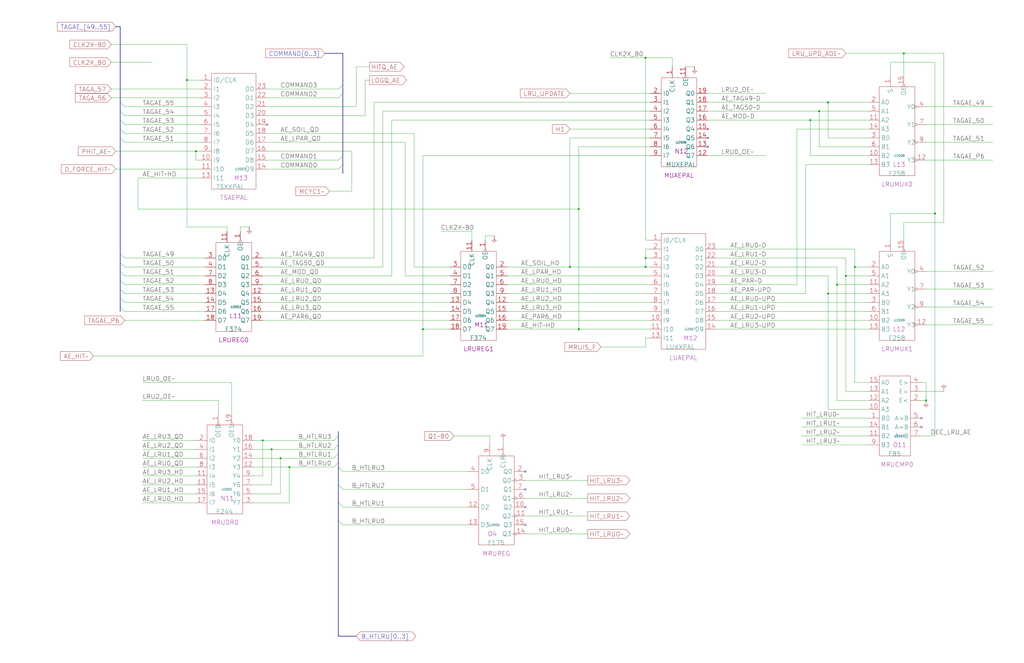
<source format=kicad_sch>
(kicad_sch (version 20250114) (generator "eeschema") (generator_version "9.0")
  (paper "User" 584.2 378.46)
  (title_block (title "LRU LOGIC\\nPLANE A_EARLY") (date "08-MAR-90") (rev "0.0") (comment 1 "MEM32 BOARD") (comment 2 "232-003066") (comment 3 "S400") (comment 4 "RELEASED"))
  (lib_symbols
    (symbol "r1000:F175" (pin_names (offset 1.016))
      (property "Reference" "U" (at 2.54 5.08 0))
      (property "Value" "F175" (at -1.27 -5.08 0))
      (property "Location" "___" (at -1.27 0 0))
      (property "Name" "______" (at 3.81 -12.7 0))
      (symbol "F175_1_1"
        (rectangle (start -6.35 44.45) (end 13.97 -6.35))
        (circle (center 7.62 45.085) (radius 0.635))
        (circle (center 14.605 30.48) (radius 0.635))
        (circle (center 14.605 20.32) (radius 0.635))
        (circle (center 14.605 10.16) (radius 0.635))
        (circle (center 14.605 0) (radius 0.635))
        (pin input line (at -12.7 35.56 0) (length 6.35) (name "D0") (number "4"))
        (pin input line (at -12.7 25.4 0) (length 6.35) (name "D1") (number "5"))
        (pin input line (at -12.7 15.24 0) (length 6.35) (name "D2") (number "12"))
        (pin input line (at -12.7 5.08 0) (length 6.35) (name "D3") (number "13"))
        (pin input line (at 0 50.8 270) (length 6.35) (name "CLK") (number "9"))
        (pin input line (at 7.62 50.8 270) (length 5.08) (name "CLR") (number "1"))
        (pin output line (at 20.32 35.56 180) (length 6.35) (name "Q0") (number "2"))
        (pin output line (at 20.32 30.48 180) (length 5.08) (name "Q0~") (number "3"))
        (pin output line (at 20.32 25.4 180) (length 6.35) (name "Q1") (number "7"))
        (pin output line (at 20.32 20.32 180) (length 5.08) (name "Q1~") (number "6"))
        (pin output line (at 20.32 15.24 180) (length 6.35) (name "Q2") (number "10"))
        (pin output line (at 20.32 10.16 180) (length 5.08) (name "Q2~") (number "11"))
        (pin output line (at 20.32 5.08 180) (length 6.35) (name "Q3") (number "15"))
        (pin output line (at 20.32 0 180) (length 5.08) (name "Q3~") (number "14"))
      )
    )
    (symbol "r1000:F244" (pin_names (offset 1.016))
      (property "Reference" "U" (at 2.54 5.08 0))
      (property "Value" "F244" (at -3.81 -7.62 0))
      (property "Location" "___" (at -1.27 0 0))
      (property "Name" "______" (at 1.27 -15.24 0))
      (symbol "F244_1_1"
        (rectangle (start -8.89 41.91) (end 11.43 -8.89))
        (circle (center -2.54 42.545) (radius 0.635))
        (circle (center 5.08 42.545) (radius 0.635))
        (pin input line (at -15.24 33.02 0) (length 6.35) (name "I0") (number "2"))
        (pin input line (at -15.24 27.94 0) (length 6.35) (name "I1") (number "4"))
        (pin input line (at -15.24 22.86 0) (length 6.35) (name "I2") (number "6"))
        (pin input line (at -15.24 17.78 0) (length 6.35) (name "I3") (number "8"))
        (pin input line (at -15.24 12.7 0) (length 6.35) (name "I4") (number "11"))
        (pin input line (at -15.24 7.62 0) (length 6.35) (name "I5") (number "13"))
        (pin input line (at -15.24 2.54 0) (length 6.35) (name "I6") (number "15"))
        (pin input line (at -15.24 -2.54 0) (length 6.35) (name "I7") (number "17"))
        (pin input line (at -2.54 48.26 270) (length 5.08) (name "OE0") (number "1"))
        (pin input line (at 5.08 48.26 270) (length 5.08) (name "OE1") (number "19"))
        (pin tri_state line (at 17.78 33.02 180) (length 6.35) (name "Y0") (number "18"))
        (pin tri_state line (at 17.78 27.94 180) (length 6.35) (name "Y1") (number "16"))
        (pin tri_state line (at 17.78 22.86 180) (length 6.35) (name "Y2") (number "14"))
        (pin tri_state line (at 17.78 17.78 180) (length 6.35) (name "Y3") (number "12"))
        (pin tri_state line (at 17.78 12.7 180) (length 6.35) (name "Y4") (number "9"))
        (pin tri_state line (at 17.78 7.62 180) (length 6.35) (name "Y5") (number "7"))
        (pin tri_state line (at 17.78 2.54 180) (length 6.35) (name "Y6") (number "5"))
        (pin tri_state line (at 17.78 -2.54 180) (length 6.35) (name "Y7") (number "3"))
      )
    )
    (symbol "r1000:F258" (pin_names (offset 1.016))
      (property "Reference" "U" (at 2.54 5.08 0))
      (property "Value" "F258" (at -3.81 -5.08 0))
      (property "Location" "___" (at -1.27 0 0))
      (property "Name" "______" (at 1.27 -12.7 0))
      (symbol "F258_1_1"
        (rectangle (start -8.89 44.45) (end 11.43 -6.35))
        (circle (center 5.08 45.085) (radius 0.635))
        (circle (center 12.065 33.02) (radius 0.635))
        (circle (center 12.065 22.86) (radius 0.635))
        (circle (center 12.065 12.7) (radius 0.635))
        (circle (center 12.065 2.54) (radius 0.635))
        (pin input line (at -15.24 35.56 0) (length 6.35) (name "A0") (number "2"))
        (pin input line (at -15.24 30.48 0) (length 6.35) (name "A1") (number "5"))
        (pin input line (at -15.24 25.4 0) (length 6.35) (name "A2") (number "11"))
        (pin input line (at -15.24 20.32 0) (length 6.35) (name "A3") (number "14"))
        (pin input line (at -15.24 15.24 0) (length 6.35) (name "B0") (number "3"))
        (pin input line (at -15.24 10.16 0) (length 6.35) (name "B1") (number "6"))
        (pin input line (at -15.24 5.08 0) (length 6.35) (name "B2") (number "10"))
        (pin input line (at -15.24 0 0) (length 6.35) (name "B3") (number "13"))
        (pin input line (at -2.54 50.8 270) (length 6.35) (name "S") (number "1"))
        (pin input line (at 5.08 50.8 270) (length 5.08) (name "OE") (number "15"))
        (pin tri_state line (at 17.78 33.02 180) (length 5.08) (name "Y0") (number "4"))
        (pin tri_state line (at 17.78 22.86 180) (length 5.08) (name "Y1") (number "7"))
        (pin tri_state line (at 17.78 12.7 180) (length 5.08) (name "Y2") (number "9"))
        (pin tri_state line (at 17.78 2.54 180) (length 5.08) (name "Y3") (number "12"))
      )
    )
    (symbol "r1000:F374" (pin_names (offset 1.016))
      (property "Reference" "U" (at 2.54 5.08 0))
      (property "Value" "F374" (at -3.81 -7.62 0))
      (property "Location" "___" (at -1.27 0 0))
      (property "Name" "______" (at 1.27 -15.24 0))
      (symbol "F374_1_1"
        (rectangle (start -8.89 41.91) (end 11.43 -8.89))
        (circle (center 5.08 42.545) (radius 0.635))
        (pin input line (at -15.24 33.02 0) (length 6.35) (name "D0") (number "3"))
        (pin input line (at -15.24 27.94 0) (length 6.35) (name "D1") (number "4"))
        (pin input line (at -15.24 22.86 0) (length 6.35) (name "D2") (number "7"))
        (pin input line (at -15.24 17.78 0) (length 6.35) (name "D3") (number "8"))
        (pin input line (at -15.24 12.7 0) (length 6.35) (name "D4") (number "13"))
        (pin input line (at -15.24 7.62 0) (length 6.35) (name "D5") (number "14"))
        (pin input line (at -15.24 2.54 0) (length 6.35) (name "D6") (number "17"))
        (pin input line (at -15.24 -2.54 0) (length 6.35) (name "D7") (number "18"))
        (pin input line (at -2.54 48.26 270) (length 6.35) (name "CLK") (number "11"))
        (pin input line (at 5.08 48.26 270) (length 5.08) (name "OE") (number "1"))
        (pin tri_state line (at 17.78 33.02 180) (length 6.35) (name "Q0") (number "2"))
        (pin tri_state line (at 17.78 27.94 180) (length 6.35) (name "Q1") (number "5"))
        (pin tri_state line (at 17.78 22.86 180) (length 6.35) (name "Q2") (number "6"))
        (pin tri_state line (at 17.78 17.78 180) (length 6.35) (name "Q3") (number "9"))
        (pin tri_state line (at 17.78 12.7 180) (length 6.35) (name "Q4") (number "12"))
        (pin tri_state line (at 17.78 7.62 180) (length 6.35) (name "Q5") (number "15"))
        (pin tri_state line (at 17.78 2.54 180) (length 6.35) (name "Q6") (number "16"))
        (pin tri_state line (at 17.78 -2.54 180) (length 6.35) (name "Q7") (number "19"))
      )
    )
    (symbol "r1000:F85" (pin_names (offset 1.016))
      (property "Reference" "U" (at 2.54 5.08 0))
      (property "Value" "F85" (at -3.81 -5.08 0))
      (property "Location" "___" (at -1.27 0 0))
      (property "Name" "______" (at 1.27 -12.7 0))
      (symbol "F85_1_1"
        (rectangle (start -8.89 39.37) (end 8.89 -6.35))
        (pin input line (at -15.24 35.56 0) (length 6.35) (name "A0") (number "15"))
        (pin input line (at -15.24 30.48 0) (length 6.35) (name "A1") (number "13"))
        (pin input line (at -15.24 25.4 0) (length 6.35) (name "A2") (number "12"))
        (pin input line (at -15.24 20.32 0) (length 6.35) (name "A3") (number "10"))
        (pin input line (at -15.24 15.24 0) (length 6.35) (name "B0") (number "1"))
        (pin input line (at -15.24 10.16 0) (length 6.35) (name "B1") (number "14"))
        (pin input line (at -15.24 5.08 0) (length 6.35) (name "B2") (number "11"))
        (pin input line (at -15.24 0 0) (length 6.35) (name "B3") (number "9"))
        (pin input line (at 15.24 35.56 180) (length 6.35) (name "E>") (number "4"))
        (pin input line (at 15.24 30.48 180) (length 6.35) (name "E=") (number "3"))
        (pin input line (at 15.24 25.4 180) (length 6.35) (name "E<") (number "2"))
        (pin output line (at 15.24 15.24 180) (length 6.35) (name "A>B") (number "5"))
        (pin output line (at 15.24 10.16 180) (length 6.35) (name "A=B") (number "6"))
        (pin output line (at 15.24 5.08 180) (length 6.35) (name "A<B") (number "7"))
      )
    )
    (symbol "r1000:LUXXPAL" (pin_names (offset 1.016))
      (property "Reference" "U" (at 2.54 5.08 0))
      (property "Value" "LUXXPAL" (at -11.43 -5.08 0))
      (property "Location" "___" (at -1.27 0 0))
      (property "Name" "______" (at -1.27 -12.7 0))
      (symbol "LUXXPAL_1_1"
        (rectangle (start -13.97 59.69) (end 11.43 -6.35))
        (pin input line (at -20.32 55.88 0) (length 6.35) (name "I0/CLK") (number "1"))
        (pin input line (at -20.32 50.8 0) (length 6.35) (name "I1") (number "2"))
        (pin input line (at -20.32 45.72 0) (length 6.35) (name "I2") (number "3"))
        (pin input line (at -20.32 40.64 0) (length 6.35) (name "I3") (number "4"))
        (pin input line (at -20.32 35.56 0) (length 6.35) (name "I4") (number "5"))
        (pin input line (at -20.32 30.48 0) (length 6.35) (name "I5") (number "6"))
        (pin input line (at -20.32 25.4 0) (length 6.35) (name "I6") (number "7"))
        (pin input line (at -20.32 20.32 0) (length 6.35) (name "I7") (number "8"))
        (pin input line (at -20.32 15.24 0) (length 6.35) (name "I8") (number "9"))
        (pin input line (at -20.32 10.16 0) (length 6.35) (name "I9") (number "10"))
        (pin input line (at -20.32 5.08 0) (length 6.35) (name "I10") (number "11"))
        (pin input line (at -20.32 0 0) (length 6.35) (name "I11") (number "13"))
        (pin output line (at 17.78 50.8 180) (length 6.35) (name "D0") (number "23"))
        (pin output line (at 17.78 45.72 180) (length 6.35) (name "D1") (number "22"))
        (pin output line (at 17.78 40.64 180) (length 6.35) (name "D2") (number "21"))
        (pin output line (at 17.78 35.56 180) (length 6.35) (name "D3") (number "20"))
        (pin output line (at 17.78 30.48 180) (length 6.35) (name "D4") (number "19"))
        (pin output line (at 17.78 25.4 180) (length 6.35) (name "D5") (number "18"))
        (pin output line (at 17.78 20.32 180) (length 6.35) (name "D6") (number "17"))
        (pin output line (at 17.78 15.24 180) (length 6.35) (name "D7") (number "16"))
        (pin output line (at 17.78 10.16 180) (length 6.35) (name "D8") (number "15"))
        (pin output line (at 17.78 5.08 180) (length 6.35) (name "D9") (number "14"))
      )
    )
    (symbol "r1000:MUXEPAL" (pin_names (offset 1.016))
      (property "Reference" "U" (at 2.54 5.08 0))
      (property "Value" "MUXEPAL" (at -6.35 -7.62 0))
      (property "Location" "___" (at -1.27 0 0))
      (property "Name" "______" (at 1.27 -15.24 0))
      (symbol "MUXEPAL_1_1"
        (rectangle (start -8.89 41.91) (end 11.43 -8.89))
        (circle (center 5.08 42.545) (radius 0.635))
        (pin input line (at -15.24 33.02 0) (length 6.35) (name "I0") (number "2"))
        (pin input line (at -15.24 27.94 0) (length 6.35) (name "I1") (number "3"))
        (pin input line (at -15.24 22.86 0) (length 6.35) (name "I2") (number "4"))
        (pin input line (at -15.24 17.78 0) (length 6.35) (name "I3") (number "5"))
        (pin input line (at -15.24 12.7 0) (length 6.35) (name "I4") (number "6"))
        (pin input line (at -15.24 7.62 0) (length 6.35) (name "I5") (number "7"))
        (pin input line (at -15.24 2.54 0) (length 6.35) (name "I6") (number "8"))
        (pin input line (at -15.24 -2.54 0) (length 6.35) (name "I7") (number "9"))
        (pin input line (at -2.54 48.26 270) (length 6.35) (name "CLK") (number "1"))
        (pin input line (at 5.08 48.26 270) (length 5.08) (name "OE") (number "11"))
        (pin output line (at 17.78 33.02 180) (length 6.35) (name "Q0") (number "19"))
        (pin output line (at 17.78 27.94 180) (length 6.35) (name "Q1") (number "18"))
        (pin output line (at 17.78 22.86 180) (length 6.35) (name "Q2") (number "17"))
        (pin output line (at 17.78 17.78 180) (length 6.35) (name "Q3") (number "16"))
        (pin output line (at 17.78 12.7 180) (length 6.35) (name "Q4") (number "15"))
        (pin output line (at 17.78 7.62 180) (length 6.35) (name "Q5") (number "14"))
        (pin output line (at 17.78 2.54 180) (length 6.35) (name "Q6") (number "13"))
        (pin output line (at 17.78 -2.54 180) (length 6.35) (name "Q7") (number "12"))
      )
    )
    (symbol "r1000:PD" (power) (pin_numbers (hide yes)) (pin_names (hide yes)) (in_bom no)
      (symbol "PD_0_1"
        (polyline (pts (xy 0 -2.54) (xy 1.27 -2.54) (xy 0 -3.81) (xy -1.27 -2.54) (xy 0 -2.54)) (stroke (width 0.1524)))
      )
      (symbol "PD_1_1"
        (pin power_in line (at 0 0 270) (length 2.54) (name "PD") (number "1"))
      )
    )
    (symbol "r1000:PU" (power) (pin_numbers (hide yes)) (pin_names (hide yes))
      (symbol "PU_0_1"
        (polyline (pts (xy 0 2.54) (xy -1.27 2.54) (xy 0 3.81) (xy 1.27 2.54) (xy 0 2.54)) (stroke (width 0.1524)))
      )
      (symbol "PU_1_1"
        (pin power_in line (at 0 0 90) (length 2.54) (name "PU") (number "1"))
      )
    )
    (symbol "r1000:TSXXPAL" (pin_names (offset 1.016))
      (property "Reference" "U" (at 2.54 5.08 0))
      (property "Value" "TSXXPAL" (at -11.43 -5.08 0))
      (property "Location" "___" (at -1.27 0 0))
      (property "Name" "______" (at -1.27 -12.7 0))
      (symbol "TSXXPAL_1_1"
        (rectangle (start -13.97 59.69) (end 11.43 -6.35))
        (pin input line (at -20.32 55.88 0) (length 6.35) (name "I0/CLK") (number "1"))
        (pin input line (at -20.32 50.8 0) (length 6.35) (name "I1") (number "2"))
        (pin input line (at -20.32 45.72 0) (length 6.35) (name "I2") (number "3"))
        (pin input line (at -20.32 40.64 0) (length 6.35) (name "I3") (number "4"))
        (pin input line (at -20.32 35.56 0) (length 6.35) (name "I4") (number "5"))
        (pin input line (at -20.32 30.48 0) (length 6.35) (name "I5") (number "6"))
        (pin input line (at -20.32 25.4 0) (length 6.35) (name "I6") (number "7"))
        (pin input line (at -20.32 20.32 0) (length 6.35) (name "I7") (number "8"))
        (pin input line (at -20.32 15.24 0) (length 6.35) (name "I8") (number "9"))
        (pin input line (at -20.32 10.16 0) (length 6.35) (name "I9") (number "10"))
        (pin input line (at -20.32 5.08 0) (length 6.35) (name "I10") (number "11"))
        (pin input line (at -20.32 0 0) (length 6.35) (name "I11") (number "13"))
        (pin input line (at 17.78 50.8 180) (length 6.35) (name "D0") (number "23"))
        (pin input line (at 17.78 45.72 180) (length 6.35) (name "D1") (number "22"))
        (pin output line (at 17.78 40.64 180) (length 6.35) (name "D2") (number "21"))
        (pin output line (at 17.78 35.56 180) (length 6.35) (name "D3") (number "20"))
        (pin output line (at 17.78 30.48 180) (length 6.35) (name "D4") (number "19"))
        (pin output line (at 17.78 25.4 180) (length 6.35) (name "D5") (number "18"))
        (pin output line (at 17.78 20.32 180) (length 6.35) (name "D6") (number "17"))
        (pin input line (at 17.78 15.24 180) (length 6.35) (name "D7") (number "16"))
        (pin input line (at 17.78 10.16 180) (length 6.35) (name "D8") (number "15"))
        (pin input line (at 17.78 5.08 180) (length 6.35) (name "D9") (number "14"))
      )
    )
  )
  (junction (at 160.02 261.62))
  (junction (at 462.28 68.58))
  (junction (at 154.94 256.54))
  (junction (at 533.4 121.92))
  (junction (at 330.2 119.38))
  (junction (at 368.3 152.4))
  (junction (at 149.86 251.46))
  (junction (at 111.76 86.36))
  (junction (at 368.3 147.32))
  (junction (at 467.36 63.5))
  (junction (at 165.1 266.7))
  (junction (at 368.3 33.02))
  (junction (at 477.52 162.56))
  (junction (at 325.12 152.4))
  (junction (at 241.3 187.96))
  (junction (at 106.68 45.72))
  (junction (at 528.32 228.6))
  (junction (at 482.6 157.48))
  (junction (at 472.44 167.64))
  (junction (at 472.44 58.42))
  (junction (at 330.2 187.96))
  (junction (at 487.68 152.4))
  (junction (at 515.62 30.48))
  (no_connect (at 299.72 299.72))
  (no_connect (at 403.86 83.82))
  (no_connect (at 299.72 289.56))
  (no_connect (at 525.78 238.76))
  (no_connect (at 525.78 243.84))
  (no_connect (at 299.72 269.24))
  (no_connect (at 299.72 279.4))
  (no_connect (at 403.86 73.66))
  (no_connect (at 152.4 71.12))
  (no_connect (at 403.86 78.74))
  (bus_entry (at 68.58 154.94) (size 2.54 2.54))
  (bus_entry (at 68.58 175.26) (size 2.54 2.54))
  (bus_entry (at 68.58 144.78) (size 2.54 2.54))
  (bus_entry (at 68.58 58.42) (size 2.54 2.54))
  (bus_entry (at 68.58 63.5) (size 2.54 2.54))
  (bus_entry (at 193.04 264.16) (size -2.54 2.54))
  (bus_entry (at 68.58 165.1) (size 2.54 2.54))
  (bus_entry (at 68.58 160.02) (size 2.54 2.54))
  (bus_entry (at 193.04 254) (size -2.54 2.54))
  (bus_entry (at 193.04 297.18) (size 2.54 2.54))
  (bus_entry (at 195.58 93.98) (size -2.54 2.54))
  (bus_entry (at 195.58 48.26) (size -2.54 2.54))
  (bus_entry (at 193.04 287.02) (size 2.54 2.54))
  (bus_entry (at 193.04 259.08) (size -2.54 2.54))
  (bus_entry (at 68.58 170.18) (size 2.54 2.54))
  (bus_entry (at 193.04 248.92) (size -2.54 2.54))
  (bus_entry (at 193.04 266.7) (size 2.54 2.54))
  (bus_entry (at 195.58 53.34) (size -2.54 2.54))
  (bus_entry (at 68.58 149.86) (size 2.54 2.54))
  (bus_entry (at 68.58 73.66) (size 2.54 2.54))
  (bus_entry (at 68.58 68.58) (size 2.54 2.54))
  (bus_entry (at 193.04 276.86) (size 2.54 2.54))
  (bus_entry (at 195.58 88.9) (size -2.54 2.54))
  (bus_entry (at 68.58 78.74) (size 2.54 2.54))
  (wire (pts (xy 299.72 304.8) (xy 335.28 304.8)))
  (wire (pts (xy 408.94 172.72) (xy 495.3 172.72)))
  (wire (pts (xy 525.78 248.92) (xy 533.4 248.92)))
  (wire (pts (xy 368.3 193.04) (xy 370.84 193.04)))
  (wire (pts (xy 66.04 86.36) (xy 111.76 86.36)))
  (wire (pts (xy 454.66 73.66) (xy 454.66 162.56)))
  (wire (pts (xy 114.3 101.6) (xy 78.74 101.6)))
  (wire (pts (xy 259.08 248.92) (xy 279.4 248.92)))
  (wire (pts (xy 289.56 162.56) (xy 370.84 162.56)))
  (wire (pts (xy 487.68 152.4) (xy 487.68 218.44)))
  (wire (pts (xy 144.78 271.78) (xy 149.86 271.78)))
  (wire (pts (xy 495.3 223.52) (xy 482.6 223.52)))
  (wire (pts (xy 106.68 25.4) (xy 106.68 45.72)))
  (bus (pts (xy 66.04 15.24) (xy 68.58 15.24)))
  (wire (pts (xy 71.12 162.56) (xy 116.84 162.56)))
  (wire (pts (xy 477.52 162.56) (xy 477.52 228.6)))
  (wire (pts (xy 482.6 147.32) (xy 408.94 147.32)))
  (wire (pts (xy 370.84 58.42) (xy 213.36 58.42)))
  (wire (pts (xy 279.4 248.92) (xy 279.4 254)))
  (wire (pts (xy 81.28 261.62) (xy 111.76 261.62)))
  (wire (pts (xy 533.4 35.56) (xy 533.4 121.92)))
  (bus (pts (xy 68.58 73.66) (xy 68.58 78.74)))
  (wire (pts (xy 533.4 121.92) (xy 508 121.92)))
  (bus (pts (xy 68.58 68.58) (xy 68.58 73.66)))
  (wire (pts (xy 487.68 142.24) (xy 487.68 152.4)))
  (wire (pts (xy 195.58 299.72) (xy 266.7 299.72)))
  (wire (pts (xy 368.3 147.32) (xy 370.84 147.32)))
  (wire (pts (xy 289.56 152.4) (xy 325.12 152.4)))
  (wire (pts (xy 477.52 152.4) (xy 477.52 162.56)))
  (wire (pts (xy 528.32 175.26) (xy 566.42 175.26)))
  (wire (pts (xy 477.52 228.6) (xy 495.3 228.6)))
  (wire (pts (xy 81.28 271.78) (xy 111.76 271.78)))
  (wire (pts (xy 71.12 66.04) (xy 114.3 66.04)))
  (wire (pts (xy 71.12 172.72) (xy 116.84 172.72)))
  (wire (pts (xy 368.3 33.02) (xy 383.54 33.02)))
  (wire (pts (xy 149.86 157.48) (xy 223.52 157.48)))
  (wire (pts (xy 368.3 198.12) (xy 368.3 193.04)))
  (wire (pts (xy 152.4 91.44) (xy 193.04 91.44)))
  (wire (pts (xy 368.3 33.02) (xy 368.3 137.16)))
  (wire (pts (xy 538.48 30.48) (xy 538.48 127)))
  (wire (pts (xy 71.12 60.96) (xy 114.3 60.96)))
  (wire (pts (xy 78.74 101.6) (xy 78.74 119.38)))
  (wire (pts (xy 208.28 66.04) (xy 152.4 66.04)))
  (wire (pts (xy 472.44 157.48) (xy 408.94 157.48)))
  (wire (pts (xy 81.28 218.44) (xy 132.08 218.44)))
  (wire (pts (xy 495.3 78.74) (xy 472.44 78.74)))
  (bus (pts (xy 193.04 363.22) (xy 203.2 363.22)))
  (wire (pts (xy 472.44 58.42) (xy 495.3 58.42)))
  (wire (pts (xy 152.4 50.8) (xy 193.04 50.8)))
  (wire (pts (xy 160.02 281.94) (xy 144.78 281.94)))
  (wire (pts (xy 81.28 228.6) (xy 124.46 228.6)))
  (wire (pts (xy 71.12 147.32) (xy 116.84 147.32)))
  (wire (pts (xy 528.32 165.1) (xy 566.42 165.1)))
  (wire (pts (xy 508 35.56) (xy 533.4 35.56)))
  (wire (pts (xy 111.76 91.44) (xy 111.76 86.36)))
  (wire (pts (xy 218.44 63.5) (xy 370.84 63.5)))
  (wire (pts (xy 203.2 38.1) (xy 210.82 38.1)))
  (wire (pts (xy 330.2 187.96) (xy 370.84 187.96)))
  (wire (pts (xy 403.86 53.34) (xy 436.88 53.34)))
  (bus (pts (xy 193.04 266.7) (xy 193.04 276.86)))
  (wire (pts (xy 325.12 73.66) (xy 370.84 73.66)))
  (wire (pts (xy 276.86 134.62) (xy 276.86 137.16)))
  (wire (pts (xy 81.28 251.46) (xy 111.76 251.46)))
  (wire (pts (xy 187.96 109.22) (xy 200.66 109.22)))
  (wire (pts (xy 477.52 162.56) (xy 495.3 162.56)))
  (wire (pts (xy 152.4 55.88) (xy 193.04 55.88)))
  (wire (pts (xy 200.66 86.36) (xy 152.4 86.36)))
  (wire (pts (xy 152.4 76.2) (xy 236.22 76.2)))
  (wire (pts (xy 368.3 152.4) (xy 370.84 152.4)))
  (wire (pts (xy 152.4 60.96) (xy 203.2 60.96)))
  (wire (pts (xy 154.94 276.86) (xy 154.94 256.54)))
  (bus (pts (xy 193.04 287.02) (xy 193.04 297.18)))
  (wire (pts (xy 525.78 228.6) (xy 528.32 228.6)))
  (wire (pts (xy 132.08 218.44) (xy 132.08 236.22)))
  (wire (pts (xy 71.12 76.2) (xy 114.3 76.2)))
  (bus (pts (xy 193.04 248.92) (xy 193.04 254)))
  (wire (pts (xy 408.94 142.24) (xy 487.68 142.24)))
  (wire (pts (xy 71.12 177.8) (xy 116.84 177.8)))
  (wire (pts (xy 53.34 203.2) (xy 241.3 203.2)))
  (wire (pts (xy 124.46 228.6) (xy 124.46 236.22)))
  (wire (pts (xy 149.86 167.64) (xy 256.54 167.64)))
  (bus (pts (xy 193.04 246.38) (xy 193.04 248.92)))
  (wire (pts (xy 111.76 86.36) (xy 114.3 86.36)))
  (wire (pts (xy 195.58 279.4) (xy 266.7 279.4)))
  (wire (pts (xy 368.3 147.32) (xy 368.3 152.4)))
  (wire (pts (xy 515.62 30.48) (xy 515.62 43.18)))
  (wire (pts (xy 330.2 119.38) (xy 330.2 187.96)))
  (wire (pts (xy 241.3 187.96) (xy 256.54 187.96)))
  (bus (pts (xy 195.58 93.98) (xy 195.58 99.06)))
  (bus (pts (xy 195.58 88.9) (xy 195.58 93.98)))
  (bus (pts (xy 68.58 154.94) (xy 68.58 160.02)))
  (wire (pts (xy 391.16 38.1) (xy 396.24 38.1)))
  (wire (pts (xy 142.24 129.54) (xy 137.16 129.54)))
  (wire (pts (xy 210.82 45.72) (xy 208.28 45.72)))
  (bus (pts (xy 68.58 78.74) (xy 68.58 144.78)))
  (wire (pts (xy 508 43.18) (xy 508 35.56)))
  (wire (pts (xy 515.62 127) (xy 515.62 137.16)))
  (wire (pts (xy 152.4 81.28) (xy 231.14 81.28)))
  (wire (pts (xy 383.54 33.02) (xy 383.54 38.1)))
  (wire (pts (xy 325.12 152.4) (xy 368.3 152.4)))
  (wire (pts (xy 149.86 182.88) (xy 256.54 182.88)))
  (wire (pts (xy 462.28 88.9) (xy 462.28 68.58)))
  (wire (pts (xy 495.3 233.68) (xy 472.44 233.68)))
  (bus (pts (xy 68.58 144.78) (xy 68.58 149.86)))
  (wire (pts (xy 71.12 81.28) (xy 114.3 81.28)))
  (bus (pts (xy 193.04 264.16) (xy 193.04 266.7)))
  (wire (pts (xy 78.74 119.38) (xy 330.2 119.38)))
  (wire (pts (xy 368.3 142.24) (xy 368.3 147.32)))
  (wire (pts (xy 533.4 121.92) (xy 533.4 248.92)))
  (wire (pts (xy 160.02 261.62) (xy 190.5 261.62)))
  (wire (pts (xy 459.74 167.64) (xy 459.74 93.98)))
  (wire (pts (xy 403.86 88.9) (xy 436.88 88.9)))
  (wire (pts (xy 144.78 276.86) (xy 154.94 276.86)))
  (wire (pts (xy 457.2 243.84) (xy 495.3 243.84)))
  (wire (pts (xy 482.6 157.48) (xy 482.6 147.32)))
  (wire (pts (xy 347.98 33.02) (xy 368.3 33.02)))
  (wire (pts (xy 525.78 223.52) (xy 538.48 223.52)))
  (wire (pts (xy 462.28 68.58) (xy 495.3 68.58)))
  (wire (pts (xy 487.68 218.44) (xy 495.3 218.44)))
  (wire (pts (xy 144.78 256.54) (xy 154.94 256.54)))
  (wire (pts (xy 515.62 30.48) (xy 538.48 30.48)))
  (wire (pts (xy 195.58 269.24) (xy 266.7 269.24)))
  (wire (pts (xy 408.94 177.8) (xy 495.3 177.8)))
  (wire (pts (xy 149.86 251.46) (xy 190.5 251.46)))
  (wire (pts (xy 71.12 152.4) (xy 116.84 152.4)))
  (bus (pts (xy 195.58 53.34) (xy 195.58 88.9)))
  (wire (pts (xy 457.2 248.92) (xy 495.3 248.92)))
  (wire (pts (xy 231.14 81.28) (xy 231.14 157.48)))
  (bus (pts (xy 193.04 254) (xy 193.04 259.08)))
  (wire (pts (xy 528.32 60.96) (xy 566.42 60.96)))
  (wire (pts (xy 408.94 152.4) (xy 477.52 152.4)))
  (wire (pts (xy 241.3 203.2) (xy 241.3 187.96)))
  (wire (pts (xy 71.12 71.12) (xy 114.3 71.12)))
  (wire (pts (xy 81.28 287.02) (xy 111.76 287.02)))
  (wire (pts (xy 114.3 91.44) (xy 111.76 91.44)))
  (wire (pts (xy 370.84 137.16) (xy 368.3 137.16)))
  (bus (pts (xy 68.58 15.24) (xy 68.58 58.42)))
  (wire (pts (xy 538.48 127) (xy 515.62 127)))
  (wire (pts (xy 63.5 55.88) (xy 114.3 55.88)))
  (wire (pts (xy 208.28 45.72) (xy 208.28 66.04)))
  (wire (pts (xy 467.36 63.5) (xy 495.3 63.5)))
  (wire (pts (xy 144.78 261.62) (xy 160.02 261.62)))
  (wire (pts (xy 457.2 254) (xy 495.3 254)))
  (wire (pts (xy 528.32 71.12) (xy 566.42 71.12)))
  (wire (pts (xy 160.02 261.62) (xy 160.02 281.94)))
  (wire (pts (xy 289.56 187.96) (xy 330.2 187.96)))
  (wire (pts (xy 482.6 157.48) (xy 495.3 157.48)))
  (wire (pts (xy 218.44 152.4) (xy 218.44 63.5)))
  (wire (pts (xy 81.28 281.94) (xy 111.76 281.94)))
  (wire (pts (xy 144.78 287.02) (xy 165.1 287.02)))
  (wire (pts (xy 482.6 30.48) (xy 515.62 30.48)))
  (wire (pts (xy 528.32 154.94) (xy 566.42 154.94)))
  (wire (pts (xy 144.78 266.7) (xy 165.1 266.7)))
  (wire (pts (xy 472.44 167.64) (xy 495.3 167.64)))
  (wire (pts (xy 342.9 198.12) (xy 368.3 198.12)))
  (bus (pts (xy 68.58 149.86) (xy 68.58 154.94)))
  (wire (pts (xy 289.56 172.72) (xy 370.84 172.72)))
  (wire (pts (xy 299.72 294.64) (xy 335.28 294.64)))
  (wire (pts (xy 129.54 132.08) (xy 129.54 129.54)))
  (wire (pts (xy 403.86 58.42) (xy 472.44 58.42)))
  (wire (pts (xy 408.94 167.64) (xy 459.74 167.64)))
  (wire (pts (xy 370.84 88.9) (xy 241.3 88.9)))
  (wire (pts (xy 213.36 58.42) (xy 213.36 147.32)))
  (wire (pts (xy 195.58 289.56) (xy 266.7 289.56)))
  (wire (pts (xy 408.94 187.96) (xy 495.3 187.96)))
  (wire (pts (xy 66.04 96.52) (xy 114.3 96.52)))
  (wire (pts (xy 370.84 142.24) (xy 368.3 142.24)))
  (wire (pts (xy 370.84 83.82) (xy 330.2 83.82)))
  (wire (pts (xy 495.3 73.66) (xy 454.66 73.66)))
  (bus (pts (xy 68.58 63.5) (xy 68.58 68.58)))
  (wire (pts (xy 457.2 238.76) (xy 495.3 238.76)))
  (wire (pts (xy 71.12 157.48) (xy 116.84 157.48)))
  (wire (pts (xy 144.78 251.46) (xy 149.86 251.46)))
  (wire (pts (xy 289.56 167.64) (xy 370.84 167.64)))
  (wire (pts (xy 467.36 83.82) (xy 495.3 83.82)))
  (bus (pts (xy 68.58 165.1) (xy 68.58 170.18)))
  (wire (pts (xy 81.28 276.86) (xy 111.76 276.86)))
  (wire (pts (xy 236.22 76.2) (xy 236.22 152.4)))
  (bus (pts (xy 195.58 48.26) (xy 195.58 53.34)))
  (wire (pts (xy 325.12 53.34) (xy 370.84 53.34)))
  (wire (pts (xy 289.56 177.8) (xy 370.84 177.8)))
  (wire (pts (xy 149.86 162.56) (xy 256.54 162.56)))
  (wire (pts (xy 487.68 152.4) (xy 495.3 152.4)))
  (wire (pts (xy 299.72 284.48) (xy 335.28 284.48)))
  (wire (pts (xy 231.14 157.48) (xy 256.54 157.48)))
  (wire (pts (xy 281.94 134.62) (xy 276.86 134.62)))
  (wire (pts (xy 525.78 218.44) (xy 528.32 218.44)))
  (bus (pts (xy 68.58 58.42) (xy 68.58 63.5)))
  (wire (pts (xy 289.56 182.88) (xy 370.84 182.88)))
  (bus (pts (xy 68.58 170.18) (xy 68.58 175.26)))
  (wire (pts (xy 223.52 68.58) (xy 223.52 157.48)))
  (wire (pts (xy 165.1 287.02) (xy 165.1 266.7)))
  (wire (pts (xy 63.5 50.8) (xy 114.3 50.8)))
  (wire (pts (xy 325.12 78.74) (xy 370.84 78.74)))
  (wire (pts (xy 289.56 157.48) (xy 370.84 157.48)))
  (wire (pts (xy 370.84 68.58) (xy 223.52 68.58)))
  (wire (pts (xy 403.86 68.58) (xy 462.28 68.58)))
  (wire (pts (xy 528.32 81.28) (xy 566.42 81.28)))
  (bus (pts (xy 193.04 297.18) (xy 193.04 363.22)))
  (wire (pts (xy 81.28 256.54) (xy 111.76 256.54)))
  (wire (pts (xy 149.86 152.4) (xy 218.44 152.4)))
  (wire (pts (xy 152.4 96.52) (xy 193.04 96.52)))
  (wire (pts (xy 528.32 91.44) (xy 566.42 91.44)))
  (wire (pts (xy 63.5 25.4) (xy 106.68 25.4)))
  (wire (pts (xy 154.94 256.54) (xy 190.5 256.54)))
  (wire (pts (xy 495.3 88.9) (xy 462.28 88.9)))
  (wire (pts (xy 71.12 167.64) (xy 116.84 167.64)))
  (wire (pts (xy 454.66 162.56) (xy 408.94 162.56)))
  (wire (pts (xy 251.46 132.08) (xy 269.24 132.08)))
  (wire (pts (xy 508 121.92) (xy 508 137.16)))
  (wire (pts (xy 149.86 271.78) (xy 149.86 251.46)))
  (bus (pts (xy 185.42 30.48) (xy 195.58 30.48)))
  (wire (pts (xy 325.12 152.4) (xy 325.12 78.74)))
  (wire (pts (xy 403.86 63.5) (xy 467.36 63.5)))
  (wire (pts (xy 236.22 152.4) (xy 256.54 152.4)))
  (wire (pts (xy 149.86 147.32) (xy 213.36 147.32)))
  (wire (pts (xy 106.68 129.54) (xy 129.54 129.54)))
  (wire (pts (xy 528.32 185.42) (xy 566.42 185.42)))
  (wire (pts (xy 482.6 223.52) (xy 482.6 157.48)))
  (wire (pts (xy 63.5 35.56) (xy 86.36 35.56)))
  (wire (pts (xy 106.68 45.72) (xy 114.3 45.72)))
  (wire (pts (xy 200.66 109.22) (xy 200.66 86.36)))
  (wire (pts (xy 472.44 233.68) (xy 472.44 167.64)))
  (wire (pts (xy 241.3 88.9) (xy 241.3 187.96)))
  (wire (pts (xy 287.02 251.46) (xy 287.02 254)))
  (wire (pts (xy 472.44 167.64) (xy 472.44 157.48)))
  (wire (pts (xy 81.28 266.7) (xy 111.76 266.7)))
  (wire (pts (xy 106.68 45.72) (xy 106.68 129.54)))
  (bus (pts (xy 68.58 160.02) (xy 68.58 165.1)))
  (bus (pts (xy 193.04 259.08) (xy 193.04 264.16)))
  (wire (pts (xy 459.74 93.98) (xy 495.3 93.98)))
  (wire (pts (xy 299.72 274.32) (xy 335.28 274.32)))
  (bus (pts (xy 193.04 276.86) (xy 193.04 287.02)))
  (wire (pts (xy 71.12 182.88) (xy 116.84 182.88)))
  (wire (pts (xy 203.2 60.96) (xy 203.2 38.1)))
  (wire (pts (xy 467.36 63.5) (xy 467.36 83.82)))
  (wire (pts (xy 149.86 177.8) (xy 256.54 177.8)))
  (bus (pts (xy 68.58 175.26) (xy 68.58 177.8)))
  (wire (pts (xy 528.32 218.44) (xy 528.32 228.6)))
  (wire (pts (xy 137.16 129.54) (xy 137.16 132.08)))
  (wire (pts (xy 269.24 132.08) (xy 269.24 137.16)))
  (wire (pts (xy 472.44 78.74) (xy 472.44 58.42)))
  (wire (pts (xy 149.86 172.72) (xy 256.54 172.72)))
  (bus (pts (xy 195.58 30.48) (xy 195.58 48.26)))
  (wire (pts (xy 330.2 83.82) (xy 330.2 119.38)))
  (wire (pts (xy 408.94 182.88) (xy 495.3 182.88)))
  (wire (pts (xy 165.1 266.7) (xy 190.5 266.7)))
  (label "AE_LRU2_HD" (at 297.18 172.72 0) (effects (font (size 2.54 2.54))))
  (label "COMMAND1" (at 160.02 91.44 0) (effects (font (size 2.54 2.54))))
  (label "AE_LRU0_HD" (at 81.28 287.02 0) (effects (font (size 2.54 2.54))))
  (label "AE_LRU2_QD" (at 81.28 256.54 0) (effects (font (size 2.54 2.54))))
  (label "AE_LRU1_QD" (at 81.28 261.62 0) (effects (font (size 2.54 2.54))))
  (label "CLK2X~B0" (at 251.46 132.08 0) (effects (font (size 2.54 2.54))))
  (label "AE_LRU0~D" (at 416.56 142.24 0) (effects (font (size 2.54 2.54))))
  (label "B_HTLRU3" (at 170.18 251.46 0) (effects (font (size 2.54 2.54))))
  (label "TAGAE_54" (at 81.28 172.72 0) (effects (font (size 2.54 2.54))))
  (label "AE_LPAR_QD" (at 160.02 81.28 0) (effects (font (size 2.54 2.54))))
  (label "LRU2_OE~" (at 411.48 53.34 0) (effects (font (size 2.54 2.54))))
  (label "HIT_LRU0~" (at 307.34 304.8 0) (effects (font (size 2.54 2.54))))
  (label "B_HTLRU0" (at 200.66 299.72 0) (effects (font (size 2.54 2.54))))
  (label "AE_LRU1_QD" (at 160.02 167.64 0) (effects (font (size 2.54 2.54))))
  (label "TAGAE_52" (at 81.28 76.2 0) (effects (font (size 2.54 2.54))))
  (label "TAGAE_55" (at 81.28 177.8 0) (effects (font (size 2.54 2.54))))
  (label "LRU2_OE~" (at 81.28 228.6 0) (effects (font (size 2.54 2.54))))
  (label "B_HTLRU1" (at 200.66 289.56 0) (effects (font (size 2.54 2.54))))
  (label "AE_HIT~HD" (at 81.28 101.6 0) (effects (font (size 2.54 2.54))))
  (label "AE_LRU1_HD" (at 81.28 281.94 0) (effects (font (size 2.54 2.54))))
  (label "DEC_LRU_AE" (at 530.86 248.92 0) (effects (font (size 2.54 2.54))))
  (label "TAGAE_53" (at 543.56 165.1 0) (effects (font (size 2.54 2.54))))
  (label "AE_LRU3_QD" (at 81.28 251.46 0) (effects (font (size 2.54 2.54))))
  (label "LRU0_OE~" (at 411.48 88.9 0) (effects (font (size 2.54 2.54))))
  (label "AE_TAG49_QD" (at 160.02 147.32 0) (effects (font (size 2.54 2.54))))
  (label "AE_LRU1~UPD" (at 416.56 177.8 0) (effects (font (size 2.54 2.54))))
  (label "TAGAE_52" (at 543.56 154.94 0) (effects (font (size 2.54 2.54))))
  (label "AE_LRU3_HD" (at 81.28 271.78 0) (effects (font (size 2.54 2.54))))
  (label "HIT_LRU3~" (at 307.34 274.32 0) (effects (font (size 2.54 2.54))))
  (label "AE_SOIL_HD" (at 297.18 152.4 0) (effects (font (size 2.54 2.54))))
  (label "AE_LPAR_HD" (at 297.18 157.48 0) (effects (font (size 2.54 2.54))))
  (label "AE_PAR~UPD" (at 416.56 167.64 0) (effects (font (size 2.54 2.54))))
  (label "AE_LRU3~D" (at 416.56 157.48 0) (effects (font (size 2.54 2.54))))
  (label "COMMAND0" (at 160.02 96.52 0) (effects (font (size 2.54 2.54))))
  (label "AE_MOD~D" (at 411.48 68.58 0) (effects (font (size 2.54 2.54))))
  (label "LRU0_OE~" (at 81.28 218.44 0) (effects (font (size 2.54 2.54))))
  (label "AE_LRU2~D" (at 416.56 152.4 0) (effects (font (size 2.54 2.54))))
  (label "AE_TAG49~D" (at 411.48 58.42 0) (effects (font (size 2.54 2.54))))
  (label "B_HTLRU1" (at 170.18 261.62 0) (effects (font (size 2.54 2.54))))
  (label "TAGAE_54" (at 81.28 66.04 0) (effects (font (size 2.54 2.54))))
  (label "HIT_LRU0~" (at 459.74 238.76 0) (effects (font (size 2.54 2.54))))
  (label "HIT_LRU3~" (at 459.74 254 0) (effects (font (size 2.54 2.54))))
  (label "AE_LRU0_HD" (at 297.18 162.56 0) (effects (font (size 2.54 2.54))))
  (label "AE_PAR6_HD" (at 297.18 182.88 0) (effects (font (size 2.54 2.54))))
  (label "AE_LRU2~UPD" (at 416.56 182.88 0) (effects (font (size 2.54 2.54))))
  (label "CLK2X_B0" (at 347.98 33.02 0) (effects (font (size 2.54 2.54))))
  (label "TAGAE_51" (at 543.56 81.28 0) (effects (font (size 2.54 2.54))))
  (label "AE_LRU0~UPD" (at 416.56 172.72 0) (effects (font (size 2.54 2.54))))
  (label "B_HTLRU3" (at 200.66 269.24 0) (effects (font (size 2.54 2.54))))
  (label "TAGAE_51" (at 81.28 157.48 0) (effects (font (size 2.54 2.54))))
  (label "TAGAE_53" (at 81.28 71.12 0) (effects (font (size 2.54 2.54))))
  (label "AE_LRU0_QD" (at 160.02 162.56 0) (effects (font (size 2.54 2.54))))
  (label "AE_SOIL_QD" (at 160.02 76.2 0) (effects (font (size 2.54 2.54))))
  (label "AE_LRU1_HD" (at 297.18 167.64 0) (effects (font (size 2.54 2.54))))
  (label "AE_LRU2_HD" (at 81.28 276.86 0) (effects (font (size 2.54 2.54))))
  (label "AE_PAR~D" (at 416.56 162.56 0) (effects (font (size 2.54 2.54))))
  (label "AE_LRU3_QD" (at 160.02 177.8 0) (effects (font (size 2.54 2.54))))
  (label "AE_LRU1~D" (at 416.56 147.32 0) (effects (font (size 2.54 2.54))))
  (label "TAGAE_53" (at 81.28 167.64 0) (effects (font (size 2.54 2.54))))
  (label "TAGAE_52" (at 81.28 162.56 0) (effects (font (size 2.54 2.54))))
  (label "AE_HIT~HD" (at 297.18 187.96 0) (effects (font (size 2.54 2.54))))
  (label "TAGAE_54" (at 543.56 175.26 0) (effects (font (size 2.54 2.54))))
  (label "HIT_LRU2~" (at 459.74 248.92 0) (effects (font (size 2.54 2.54))))
  (label "TAGAE_50" (at 543.56 71.12 0) (effects (font (size 2.54 2.54))))
  (label "COMMAND2" (at 160.02 55.88 0) (effects (font (size 2.54 2.54))))
  (label "TAGAE_49" (at 543.56 60.96 0) (effects (font (size 2.54 2.54))))
  (label "AE_LRU3~UPD" (at 416.56 187.96 0) (effects (font (size 2.54 2.54))))
  (label "TAGAE_55" (at 81.28 60.96 0) (effects (font (size 2.54 2.54))))
  (label "AE_TAG50~D" (at 411.48 63.5 0) (effects (font (size 2.54 2.54))))
  (label "B_HTLRU2" (at 170.18 256.54 0) (effects (font (size 2.54 2.54))))
  (label "AE_LRU2_QD" (at 160.02 172.72 0) (effects (font (size 2.54 2.54))))
  (label "B_HTLRU0" (at 170.18 266.7 0) (effects (font (size 2.54 2.54))))
  (label "AE_LRU0_QD" (at 81.28 266.7 0) (effects (font (size 2.54 2.54))))
  (label "HIT_LRU1~" (at 307.34 294.64 0) (effects (font (size 2.54 2.54))))
  (label "AE_PAR6_QD" (at 160.02 182.88 0) (effects (font (size 2.54 2.54))))
  (label "TAGAE_50" (at 81.28 152.4 0) (effects (font (size 2.54 2.54))))
  (label "AE_TAG50_QD" (at 160.02 152.4 0) (effects (font (size 2.54 2.54))))
  (label "HIT_LRU2~" (at 307.34 284.48 0) (effects (font (size 2.54 2.54))))
  (label "TAGAE_P6" (at 543.56 91.44 0) (effects (font (size 2.54 2.54))))
  (label "AE_LRU3_HD" (at 297.18 177.8 0) (effects (font (size 2.54 2.54))))
  (label "AE_MOD_QD" (at 160.02 157.48 0) (effects (font (size 2.54 2.54))))
  (label "COMMAND3" (at 160.02 50.8 0) (effects (font (size 2.54 2.54))))
  (label "TAGAE_49" (at 81.28 147.32 0) (effects (font (size 2.54 2.54))))
  (label "HIT_LRU1~" (at 459.74 243.84 0) (effects (font (size 2.54 2.54))))
  (label "B_HTLRU2" (at 200.66 279.4 0) (effects (font (size 2.54 2.54))))
  (label "TAGAE_55" (at 543.56 185.42 0) (effects (font (size 2.54 2.54))))
  (label "TAGAE_51" (at 81.28 81.28 0) (effects (font (size 2.54 2.54))))
  (global_label "COMMAND[0..3]" (shape input) (at 185.42 30.48 180) (effects (font (size 2.54 2.54))) (property "Intersheetrefs" "${INTERSHEET_REFS}" (at 151.5654 30.3213 0) (effects (font (size 1.905 1.905)) (justify right))))
  (global_label "H1" (shape input) (at 325.12 73.66 180) (effects (font (size 2.54 2.54))) (property "Intersheetrefs" "${INTERSHEET_REFS}" (at 315.214 73.5013 0) (effects (font (size 1.905 1.905)) (justify right))))
  (global_label "CLK2X~B0" (shape input) (at 63.5 25.4 180) (effects (font (size 2.54 2.54))) (property "Intersheetrefs" "${INTERSHEET_REFS}" (at 39.9264 25.2413 0) (effects (font (size 1.905 1.905)) (justify right))))
  (global_label "MRUIS_F" (shape input) (at 342.9 198.12 180) (effects (font (size 2.54 2.54))) (property "Intersheetrefs" "${INTERSHEET_REFS}" (at 322.2292 197.9613 0) (effects (font (size 1.905 1.905)) (justify right))))
  (global_label "LRU_UPDATE" (shape input) (at 325.12 53.34 180) (effects (font (size 2.54 2.54))) (property "Intersheetrefs" "${INTERSHEET_REFS}" (at 296.9502 53.1813 0) (effects (font (size 1.905 1.905)) (justify right))))
  (global_label "Q1~B0" (shape input) (at 259.08 248.92 180) (effects (font (size 2.54 2.54))) (property "Intersheetrefs" "${INTERSHEET_REFS}" (at 242.4007 248.7613 0) (effects (font (size 1.905 1.905)) (justify right))))
  (global_label "AE_HIT~" (shape input) (at 53.34 203.2 180) (effects (font (size 2.54 2.54))) (property "Intersheetrefs" "${INTERSHEET_REFS}" (at 34.4835 203.0413 0) (effects (font (size 1.905 1.905)) (justify right))))
  (global_label "TAGA_56" (shape input) (at 63.5 55.88 180) (effects (font (size 2.54 2.54))) (property "Intersheetrefs" "${INTERSHEET_REFS}" (at 43.0711 55.7213 0) (effects (font (size 1.905 1.905)) (justify right))))
  (global_label "HIT_LRU2~" (shape output) (at 335.28 284.48 0) (effects (font (size 2.54 2.54))) (property "Intersheetrefs" "${INTERSHEET_REFS}" (at 359.3374 284.3213 0) (effects (font (size 1.905 1.905)) (justify left))))
  (global_label "HIT_LRU1~" (shape output) (at 335.28 294.64 0) (effects (font (size 2.54 2.54))) (property "Intersheetrefs" "${INTERSHEET_REFS}" (at 359.3374 294.4813 0) (effects (font (size 1.905 1.905)) (justify left))))
  (global_label "PHIT_AE~" (shape input) (at 66.04 86.36 180) (effects (font (size 2.54 2.54))) (property "Intersheetrefs" "${INTERSHEET_REFS}" (at 44.6435 86.2013 0) (effects (font (size 1.905 1.905)) (justify right))))
  (global_label "MCYC1~" (shape input) (at 187.96 109.22 180) (effects (font (size 2.54 2.54))) (property "Intersheetrefs" "${INTERSHEET_REFS}" (at 168.7407 109.0613 0) (effects (font (size 1.905 1.905)) (justify right))))
  (global_label "HIT_LRU3~" (shape output) (at 335.28 274.32 0) (effects (font (size 2.54 2.54))) (property "Intersheetrefs" "${INTERSHEET_REFS}" (at 359.3374 274.1613 0) (effects (font (size 1.905 1.905)) (justify left))))
  (global_label "CLK2X_B0" (shape input) (at 63.5 35.56 180) (effects (font (size 2.54 2.54))) (property "Intersheetrefs" "${INTERSHEET_REFS}" (at 39.8054 35.4013 0) (effects (font (size 1.905 1.905)) (justify right))))
  (global_label "TAGAE_P6" (shape input) (at 71.12 182.88 180) (effects (font (size 2.54 2.54))) (property "Intersheetrefs" "${INTERSHEET_REFS}" (at 48.2721 182.7213 0) (effects (font (size 1.905 1.905)) (justify right))))
  (global_label "LRU_UPD_AOE~" (shape input) (at 482.6 30.48 180) (effects (font (size 2.54 2.54))) (property "Intersheetrefs" "${INTERSHEET_REFS}" (at 449.955 30.3213 0) (effects (font (size 1.905 1.905)) (justify right))))
  (global_label "HIT_LRU0~" (shape output) (at 335.28 304.8 0) (effects (font (size 2.54 2.54))) (property "Intersheetrefs" "${INTERSHEET_REFS}" (at 359.3374 304.6413 0) (effects (font (size 1.905 1.905)) (justify left))))
  (global_label "B_HTLRU[0..3]" (shape bidirectional) (at 203.2 363.22 0) (effects (font (size 2.54 2.54))) (property "Intersheetrefs" "${INTERSHEET_REFS}" (at 234.9984 363.0613 0) (effects (font (size 1.905 1.905)) (justify left))))
  (global_label "TAGA_57" (shape input) (at 63.5 50.8 180) (effects (font (size 2.54 2.54))) (property "Intersheetrefs" "${INTERSHEET_REFS}" (at 43.0711 50.6413 0) (effects (font (size 1.905 1.905)) (justify right))))
  (global_label "TAGAE_[49..55]" (shape input) (at 66.04 15.24 180) (effects (font (size 2.54 2.54))) (property "Intersheetrefs" "${INTERSHEET_REFS}" (at 32.6692 15.0813 0) (effects (font (size 1.905 1.905)) (justify right))))
  (global_label "LOGQ_AE" (shape output) (at 210.82 45.72 0) (effects (font (size 2.54 2.54))) (property "Intersheetrefs" "${INTERSHEET_REFS}" (at 231.9746 45.5613 0) (effects (font (size 1.905 1.905)) (justify left))))
  (global_label "D_FORCE_HIT~" (shape input) (at 66.04 96.52 180) (effects (font (size 2.54 2.54))) (property "Intersheetrefs" "${INTERSHEET_REFS}" (at 34.9673 96.3613 0) (effects (font (size 1.905 1.905)) (justify right))))
  (global_label "HITQ_AE" (shape output) (at 210.82 38.1 0) (effects (font (size 2.54 2.54))) (property "Intersheetrefs" "${INTERSHEET_REFS}" (at 230.5231 37.9413 0) (effects (font (size 1.905 1.905)) (justify left))))
  (symbol (lib_id "r1000:PU") (at 538.48 223.52 0) (unit 1)
    (property "Reference" "#PWR0149" (effects (hide yes)))
    (property "Value" "PU" (effects (hide yes)))
  )
  (symbol (lib_id "r1000:F85") (at 510.54 254 0) (unit 1)
    (property "Reference" "U2010" (at 513.08 248.92 0))
    (property "Value" "F85" (at 506.73 259.08 0) (effects (font (size 2.54 2.54)) (justify left)))
    (property "Location" "O11" (at 509.27 254 0) (effects (font (size 2.54 2.54)) (justify left)))
    (property "Name" "MRUCMP0" (at 511.81 266.7 0) (effects (font (size 2.54 2.54)) (justify bottom)))
  )
  (symbol (lib_id "r1000:PD") (at 142.24 129.54 0) (unit 1) (in_bom no)
    (property "Reference" "#PWR0164" (effects (hide yes)))
    (property "Value" "PD" (effects (hide yes)))
  )
  (symbol (lib_id "r1000:PD") (at 281.94 134.62 0) (unit 1) (in_bom no)
    (property "Reference" "#PWR0163" (effects (hide yes)))
    (property "Value" "PD" (effects (hide yes)))
  )
  (symbol (lib_id "r1000:F374") (at 132.08 180.34 0) (unit 1)
    (property "Reference" "U2002" (at 134.62 175.26 0))
    (property "Value" "F374" (at 128.27 187.96 0) (effects (font (size 2.54 2.54)) (justify left)))
    (property "Location" "L11" (at 130.81 180.34 0) (effects (font (size 2.54 2.54)) (justify left)))
    (property "Name" "LRUREG0" (at 133.35 195.58 0) (effects (font (size 2.54 2.54)) (justify bottom)))
  )
  (symbol (lib_id "r1000:F244") (at 127 284.48 0) (unit 1)
    (property "Reference" "U2001" (at 129.54 279.4 0))
    (property "Value" "F244" (at 123.19 292.1 0) (effects (font (size 2.54 2.54)) (justify left)))
    (property "Location" "N11" (at 125.73 284.48 0) (effects (font (size 2.54 2.54)) (justify left)))
    (property "Name" "MRUDR0" (at 128.27 299.72 0) (effects (font (size 2.54 2.54)) (justify bottom)))
  )
  (symbol (lib_id "r1000:PD") (at 528.32 228.6 0) (unit 1) (in_bom no)
    (property "Reference" "#PWR0148" (effects (hide yes)))
    (property "Value" "PD" (effects (hide yes)))
  )
  (symbol (lib_id "r1000:PU") (at 287.02 251.46 0) (unit 1)
    (property "Reference" "#PWR0150" (effects (hide yes)))
    (property "Value" "PU" (effects (hide yes)))
  )
  (symbol (lib_id "r1000:F258") (at 510.54 187.96 0) (unit 1)
    (property "Reference" "U2009" (at 513.08 182.88 0))
    (property "Value" "F258" (at 506.73 193.04 0) (effects (font (size 2.54 2.54)) (justify left)))
    (property "Location" "L12" (at 509.27 187.96 0) (effects (font (size 2.54 2.54)) (justify left)))
    (property "Name" "LRUMUX1" (at 511.81 200.66 0) (effects (font (size 2.54 2.54)) (justify bottom)))
  )
  (symbol (lib_id "r1000:LUXXPAL") (at 391.16 193.04 0) (unit 1)
    (property "Reference" "U2007" (at 393.7 187.96 0))
    (property "Value" "LUXXPAL" (at 379.73 198.12 0) (effects (font (size 2.54 2.54)) (justify left)))
    (property "Location" "M12" (at 389.89 193.04 0) (effects (font (size 2.54 2.54)) (justify left)))
    (property "Name" "LUAEPAL" (at 389.89 205.74 0) (effects (font (size 2.54 2.54)) (justify bottom)))
  )
  (symbol (lib_id "r1000:TSXXPAL") (at 134.62 101.6 0) (unit 1)
    (property "Reference" "U2003" (at 137.16 96.52 0))
    (property "Value" "TSXXPAL" (at 123.19 106.68 0) (effects (font (size 2.54 2.54)) (justify left)))
    (property "Location" "M13" (at 133.35 101.6 0) (effects (font (size 2.54 2.54)) (justify left)))
    (property "Name" "TSAEPAL" (at 133.35 114.3 0) (effects (font (size 2.54 2.54)) (justify bottom)))
  )
  (symbol (lib_id "r1000:F175") (at 279.4 304.8 0) (unit 1)
    (property "Reference" "U2005" (at 281.94 299.72 0))
    (property "Value" "F175" (at 278.13 309.88 0) (effects (font (size 2.54 2.54)) (justify left)))
    (property "Location" "O4" (at 278.13 304.8 0) (effects (font (size 2.54 2.54)) (justify left)))
    (property "Name" "MRUREG" (at 283.21 317.5 0) (effects (font (size 2.54 2.54)) (justify bottom)))
  )
  (symbol (lib_id "r1000:MUXEPAL") (at 386.08 86.36 0) (unit 1)
    (property "Reference" "U2006" (at 388.62 81.28 0))
    (property "Value" "MUXEPAL" (at 379.73 93.98 0) (effects (font (size 2.54 2.54)) (justify left)))
    (property "Location" "N12" (at 384.81 86.36 0) (effects (font (size 2.54 2.54)) (justify left)))
    (property "Name" "MUAEPAL" (at 387.35 101.6 0) (effects (font (size 2.54 2.54)) (justify bottom)))
  )
  (symbol (lib_id "r1000:PD") (at 396.24 38.1 0) (unit 1) (in_bom no)
    (property "Reference" "#PWR0147" (effects (hide yes)))
    (property "Value" "PD" (effects (hide yes)))
  )
  (symbol (lib_id "r1000:F258") (at 510.54 93.98 0) (unit 1)
    (property "Reference" "U2008" (at 513.08 88.9 0))
    (property "Value" "F258" (at 506.73 99.06 0) (effects (font (size 2.54 2.54)) (justify left)))
    (property "Location" "L13" (at 509.27 93.98 0) (effects (font (size 2.54 2.54)) (justify left)))
    (property "Name" "LRUMUX0" (at 511.81 106.68 0) (effects (font (size 2.54 2.54)) (justify bottom)))
  )
  (symbol (lib_id "r1000:F374") (at 271.78 185.42 0) (unit 1)
    (property "Reference" "U2004" (at 274.32 180.34 0))
    (property "Value" "F374" (at 267.97 193.04 0) (effects (font (size 2.54 2.54)) (justify left)))
    (property "Location" "M11" (at 270.51 185.42 0) (effects (font (size 2.54 2.54)) (justify left)))
    (property "Name" "LRUREG1" (at 273.05 200.66 0) (effects (font (size 2.54 2.54)) (justify bottom)))
  )
)
</source>
